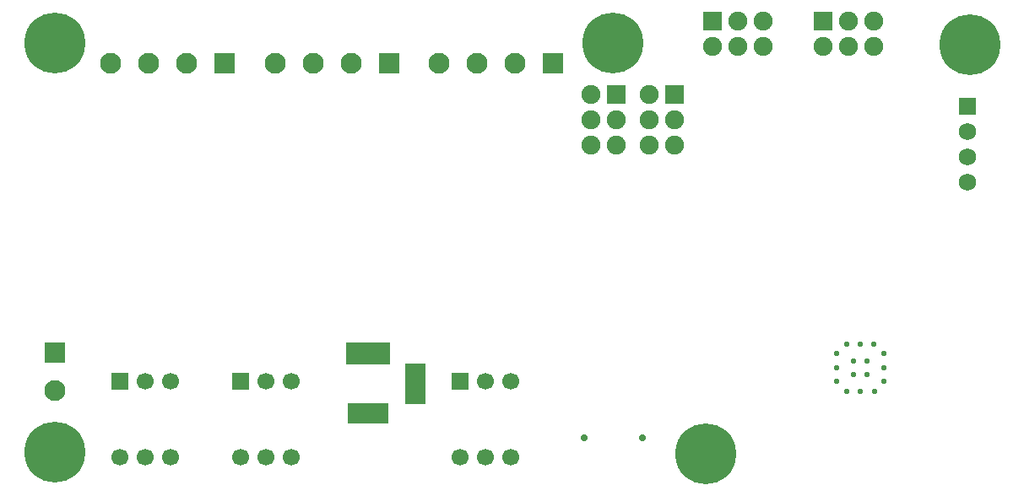
<source format=gbs>
G04*
G04 #@! TF.GenerationSoftware,Altium Limited,Altium Designer,22.11.1 (43)*
G04*
G04 Layer_Color=16711935*
%FSLAX25Y25*%
%MOIN*%
G70*
G04*
G04 #@! TF.SameCoordinates,99ABEF4A-569F-4B03-9013-5FDDC67F37EC*
G04*
G04*
G04 #@! TF.FilePolarity,Negative*
G04*
G01*
G75*
%ADD58R,0.08268X0.08268*%
%ADD59C,0.08268*%
%ADD60R,0.08268X0.08268*%
%ADD61C,0.02756*%
%ADD62R,0.06890X0.06890*%
%ADD63C,0.06890*%
%ADD64C,0.24016*%
%ADD65C,0.07480*%
%ADD66R,0.07480X0.07480*%
%ADD67R,0.16142X0.08268*%
%ADD68R,0.17717X0.09055*%
%ADD69R,0.08268X0.16142*%
%ADD70C,0.06693*%
%ADD71R,0.06693X0.06693*%
%ADD72R,0.07480X0.07480*%
%ADD73C,0.02165*%
D58*
X82677Y169291D02*
D03*
X212598D02*
D03*
X147638D02*
D03*
D59*
X67677D02*
D03*
X52677D02*
D03*
X37677D02*
D03*
X15748Y40137D02*
D03*
X197598Y169291D02*
D03*
X182598D02*
D03*
X167598D02*
D03*
X132638D02*
D03*
X117638D02*
D03*
X102638D02*
D03*
D60*
X15748Y55137D02*
D03*
D61*
X247678Y21338D02*
D03*
X224922D02*
D03*
D62*
X376200Y152354D02*
D03*
D63*
Y142354D02*
D03*
Y132354D02*
D03*
Y122354D02*
D03*
D64*
X272700Y15000D02*
D03*
X15748Y15748D02*
D03*
X377000Y176700D02*
D03*
X236221Y177165D02*
D03*
X15748D02*
D03*
D65*
X227500Y137000D02*
D03*
Y147000D02*
D03*
Y157000D02*
D03*
X237500Y137000D02*
D03*
Y147000D02*
D03*
X295500Y176000D02*
D03*
X285500D02*
D03*
X275500D02*
D03*
X295500Y186000D02*
D03*
X285500D02*
D03*
X339000Y176000D02*
D03*
X329000D02*
D03*
X319000D02*
D03*
X339000Y186000D02*
D03*
X329000D02*
D03*
X250441Y137000D02*
D03*
Y147000D02*
D03*
Y157000D02*
D03*
X260441Y137000D02*
D03*
Y147000D02*
D03*
D66*
X237500Y157000D02*
D03*
X260441D02*
D03*
D67*
X139500Y31000D02*
D03*
D68*
Y54622D02*
D03*
D69*
X158004Y42811D02*
D03*
D70*
X109229Y13700D02*
D03*
X99229D02*
D03*
X89229D02*
D03*
X109229Y43700D02*
D03*
X99229D02*
D03*
X61400Y13700D02*
D03*
X51400D02*
D03*
X41400D02*
D03*
X61400Y43700D02*
D03*
X51400D02*
D03*
X195817Y13700D02*
D03*
X185817D02*
D03*
X175817D02*
D03*
X195817Y43700D02*
D03*
X185817D02*
D03*
D71*
X89229D02*
D03*
X41400D02*
D03*
X175817D02*
D03*
D72*
X275500Y186000D02*
D03*
X319000D02*
D03*
D73*
X333788Y58461D02*
D03*
X328276D02*
D03*
X324339Y54524D02*
D03*
Y49012D02*
D03*
Y43500D02*
D03*
X328276Y39563D02*
D03*
X333788D02*
D03*
X339300D02*
D03*
X343237Y43500D02*
D03*
Y49012D02*
D03*
Y54524D02*
D03*
X339182Y58461D02*
D03*
X331032Y51768D02*
D03*
Y46256D02*
D03*
X336544D02*
D03*
X336544Y51768D02*
D03*
M02*

</source>
